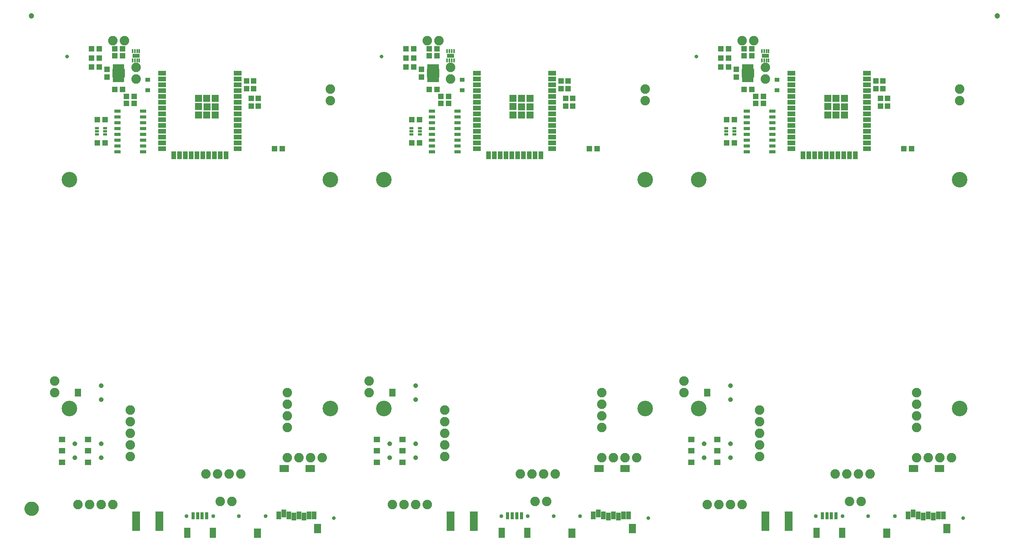
<source format=gbs>
G04 EAGLE Gerber RS-274X export*
G75*
%MOMM*%
%FSLAX34Y34*%
%LPD*%
%INSoldermask Bottom*%
%IPPOS*%
%AMOC8*
5,1,8,0,0,1.08239X$1,22.5*%
G01*
%ADD10R,1.403200X2.203200*%
%ADD11R,0.803200X1.553200*%
%ADD12C,0.838200*%
%ADD13C,0.853200*%
%ADD14R,1.703200X4.203200*%
%ADD15C,3.403600*%
%ADD16R,1.203200X1.303200*%
%ADD17R,1.303200X1.203200*%
%ADD18C,2.082800*%
%ADD19R,1.033200X0.833200*%
%ADD20R,1.473200X0.838200*%
%ADD21R,1.403200X0.803200*%
%ADD22R,0.863200X0.503200*%
%ADD23R,2.003200X1.603200*%
%ADD24R,1.603200X2.103200*%
%ADD25R,1.003200X1.703200*%
%ADD26R,0.440000X0.840000*%
%ADD27R,1.520000X0.940000*%
%ADD28C,1.053200*%
%ADD29R,0.553200X1.003200*%
%ADD30R,2.703200X1.903200*%
%ADD31R,1.353200X1.203200*%
%ADD32R,1.703200X1.103200*%
%ADD33R,1.103200X1.703200*%
%ADD34R,1.533200X1.533200*%
%ADD35C,1.203200*%
%ADD36C,1.270000*%
%ADD37C,1.703200*%


D10*
X369630Y10690D03*
X313630Y10690D03*
D11*
X356630Y47440D03*
X346630Y47440D03*
X336630Y47440D03*
X326630Y47440D03*
D12*
X633730Y42840D03*
X51330Y1051640D03*
D13*
X312730Y46960D03*
X370530Y46960D03*
D14*
X252730Y35900D03*
X201930Y35900D03*
D15*
X56642Y282677D03*
X56642Y782803D03*
X626618Y782803D03*
X626618Y282677D03*
D16*
X138430Y1006840D03*
X138430Y1023840D03*
D17*
X172330Y1053440D03*
X155330Y1053440D03*
X172330Y979780D03*
X155330Y979780D03*
D18*
X201930Y1028040D03*
X201930Y1002640D03*
D19*
X227330Y978440D03*
X227330Y1001440D03*
D20*
X74930Y320904D03*
X74930Y312776D03*
D16*
X453390Y960340D03*
X453390Y943340D03*
D17*
X180730Y949300D03*
X197730Y949300D03*
D16*
X443230Y998440D03*
X443230Y981440D03*
X468630Y960340D03*
X468630Y943340D03*
X458470Y998440D03*
X458470Y981440D03*
D21*
X217230Y932790D03*
X217230Y920090D03*
X217230Y907390D03*
X217230Y894690D03*
X217230Y881990D03*
X217230Y869290D03*
X217230Y856590D03*
X217230Y843890D03*
X161230Y843890D03*
X161230Y856590D03*
X161230Y869290D03*
X161230Y881990D03*
X161230Y894690D03*
X161230Y907390D03*
X161230Y920090D03*
X161230Y932790D03*
D17*
X117230Y862940D03*
X134230Y862940D03*
X134230Y913740D03*
X117230Y913740D03*
D22*
X134930Y894840D03*
X116530Y888340D03*
X116530Y881840D03*
X116530Y894840D03*
X134930Y888340D03*
X134930Y881840D03*
D13*
X427030Y46960D03*
X484830Y46960D03*
D17*
X180730Y964540D03*
X197730Y964540D03*
D18*
X151130Y71890D03*
X125730Y71890D03*
X100330Y71890D03*
X74930Y71890D03*
X608330Y174440D03*
X582930Y174440D03*
X557530Y174440D03*
X532130Y174440D03*
X532130Y240640D03*
X532130Y266040D03*
X532130Y291440D03*
X532130Y316840D03*
X24130Y342240D03*
X24130Y316840D03*
D17*
X504580Y850240D03*
X521580Y850240D03*
D23*
X525750Y151390D03*
X582750Y151390D03*
D24*
X598750Y19890D03*
X467250Y9890D03*
D25*
X513850Y48390D03*
X524850Y52390D03*
X535850Y48390D03*
X546850Y46390D03*
X557850Y48390D03*
X568850Y46390D03*
X579850Y48390D03*
X590850Y48390D03*
D26*
X209430Y1063340D03*
X204430Y1063340D03*
X199430Y1063340D03*
X194430Y1063340D03*
X194430Y1043340D03*
X199430Y1043340D03*
X204430Y1043340D03*
X209430Y1043340D03*
D27*
X201930Y1053440D03*
D17*
X172330Y1068680D03*
X155330Y1068680D03*
D18*
X386080Y79190D03*
X411480Y79190D03*
X151130Y1086460D03*
X176530Y1086460D03*
X626630Y980340D03*
X626630Y954940D03*
D28*
X125730Y204840D03*
X125730Y174840D03*
X125730Y331840D03*
X125730Y301840D03*
D29*
X163830Y1000840D03*
X168830Y1000840D03*
X173830Y1000840D03*
X158830Y1000840D03*
X153830Y1000840D03*
X153830Y1029840D03*
X158830Y1029840D03*
X163830Y1029840D03*
X168830Y1029840D03*
X173830Y1029840D03*
D30*
X163830Y1015340D03*
D17*
X121530Y1048360D03*
X104530Y1048360D03*
X121530Y1029310D03*
X104530Y1029310D03*
X121530Y1068680D03*
X104530Y1068680D03*
D18*
X354330Y139040D03*
X379730Y139040D03*
X405130Y139040D03*
X430530Y139040D03*
X189230Y278740D03*
X189230Y253340D03*
X189230Y227940D03*
X189230Y202540D03*
X189230Y177140D03*
D31*
X97084Y214840D03*
X97084Y189840D03*
X97084Y164840D03*
X40584Y214840D03*
X40584Y189840D03*
X40584Y164840D03*
D28*
X68834Y204840D03*
X68834Y174840D03*
D32*
X424010Y1015640D03*
X424010Y1002940D03*
X424010Y990240D03*
X424010Y977540D03*
X424010Y964840D03*
X424010Y952140D03*
X424010Y939440D03*
X424010Y926740D03*
X424010Y914040D03*
X424010Y901340D03*
X424010Y888640D03*
X424010Y875940D03*
X424010Y863240D03*
X424010Y850540D03*
D33*
X398780Y835640D03*
X386080Y835640D03*
X373380Y835640D03*
X360680Y835640D03*
X347980Y835640D03*
X335280Y835640D03*
X322580Y835640D03*
X309880Y835640D03*
X297180Y835640D03*
X284480Y835640D03*
D32*
X259250Y850540D03*
X259250Y863240D03*
X259250Y875940D03*
X259250Y888640D03*
X259250Y901340D03*
X259250Y914040D03*
X259250Y926740D03*
X259250Y939440D03*
X259250Y952140D03*
X259250Y964840D03*
X259250Y977540D03*
X259250Y990240D03*
X259250Y1002940D03*
X259250Y1015640D03*
D34*
X356940Y942220D03*
X338490Y960430D03*
X356790Y960430D03*
X375090Y960430D03*
X375090Y942130D03*
X338390Y942430D03*
X338490Y923830D03*
X356790Y923730D03*
X375090Y923830D03*
D10*
X1056700Y10690D03*
X1000700Y10690D03*
D11*
X1043700Y47440D03*
X1033700Y47440D03*
X1023700Y47440D03*
X1013700Y47440D03*
D12*
X1320800Y42840D03*
X738400Y1051640D03*
D13*
X999800Y46960D03*
X1057600Y46960D03*
D14*
X939800Y35900D03*
X889000Y35900D03*
D15*
X743712Y282677D03*
X743712Y782803D03*
X1313688Y782803D03*
X1313688Y282677D03*
D16*
X825500Y1006840D03*
X825500Y1023840D03*
D17*
X859400Y1053440D03*
X842400Y1053440D03*
X859400Y979780D03*
X842400Y979780D03*
D18*
X889000Y1028040D03*
X889000Y1002640D03*
D19*
X914400Y978440D03*
X914400Y1001440D03*
D20*
X762000Y320904D03*
X762000Y312776D03*
D16*
X1140460Y960340D03*
X1140460Y943340D03*
D17*
X867800Y949300D03*
X884800Y949300D03*
D16*
X1130300Y998440D03*
X1130300Y981440D03*
X1155700Y960340D03*
X1155700Y943340D03*
X1145540Y998440D03*
X1145540Y981440D03*
D21*
X904300Y932790D03*
X904300Y920090D03*
X904300Y907390D03*
X904300Y894690D03*
X904300Y881990D03*
X904300Y869290D03*
X904300Y856590D03*
X904300Y843890D03*
X848300Y843890D03*
X848300Y856590D03*
X848300Y869290D03*
X848300Y881990D03*
X848300Y894690D03*
X848300Y907390D03*
X848300Y920090D03*
X848300Y932790D03*
D17*
X804300Y862940D03*
X821300Y862940D03*
X821300Y913740D03*
X804300Y913740D03*
D22*
X822000Y894840D03*
X803600Y888340D03*
X803600Y881840D03*
X803600Y894840D03*
X822000Y888340D03*
X822000Y881840D03*
D13*
X1114100Y46960D03*
X1171900Y46960D03*
D17*
X867800Y964540D03*
X884800Y964540D03*
D18*
X838200Y71890D03*
X812800Y71890D03*
X787400Y71890D03*
X762000Y71890D03*
X1295400Y174440D03*
X1270000Y174440D03*
X1244600Y174440D03*
X1219200Y174440D03*
X1219200Y240640D03*
X1219200Y266040D03*
X1219200Y291440D03*
X1219200Y316840D03*
X711200Y342240D03*
X711200Y316840D03*
D17*
X1191650Y850240D03*
X1208650Y850240D03*
D23*
X1212820Y151390D03*
X1269820Y151390D03*
D24*
X1285820Y19890D03*
X1154320Y9890D03*
D25*
X1200920Y48390D03*
X1211920Y52390D03*
X1222920Y48390D03*
X1233920Y46390D03*
X1244920Y48390D03*
X1255920Y46390D03*
X1266920Y48390D03*
X1277920Y48390D03*
D26*
X896500Y1063340D03*
X891500Y1063340D03*
X886500Y1063340D03*
X881500Y1063340D03*
X881500Y1043340D03*
X886500Y1043340D03*
X891500Y1043340D03*
X896500Y1043340D03*
D27*
X889000Y1053440D03*
D17*
X859400Y1068680D03*
X842400Y1068680D03*
D18*
X1073150Y79190D03*
X1098550Y79190D03*
X838200Y1086460D03*
X863600Y1086460D03*
X1313700Y980340D03*
X1313700Y954940D03*
D28*
X812800Y204840D03*
X812800Y174840D03*
X812800Y331840D03*
X812800Y301840D03*
D29*
X850900Y1000840D03*
X855900Y1000840D03*
X860900Y1000840D03*
X845900Y1000840D03*
X840900Y1000840D03*
X840900Y1029840D03*
X845900Y1029840D03*
X850900Y1029840D03*
X855900Y1029840D03*
X860900Y1029840D03*
D30*
X850900Y1015340D03*
D17*
X808600Y1048360D03*
X791600Y1048360D03*
X808600Y1029310D03*
X791600Y1029310D03*
X808600Y1068680D03*
X791600Y1068680D03*
D18*
X1041400Y139040D03*
X1066800Y139040D03*
X1092200Y139040D03*
X1117600Y139040D03*
X876300Y278740D03*
X876300Y253340D03*
X876300Y227940D03*
X876300Y202540D03*
X876300Y177140D03*
D31*
X784154Y214840D03*
X784154Y189840D03*
X784154Y164840D03*
X727654Y214840D03*
X727654Y189840D03*
X727654Y164840D03*
D28*
X755904Y204840D03*
X755904Y174840D03*
D32*
X1111080Y1015640D03*
X1111080Y1002940D03*
X1111080Y990240D03*
X1111080Y977540D03*
X1111080Y964840D03*
X1111080Y952140D03*
X1111080Y939440D03*
X1111080Y926740D03*
X1111080Y914040D03*
X1111080Y901340D03*
X1111080Y888640D03*
X1111080Y875940D03*
X1111080Y863240D03*
X1111080Y850540D03*
D33*
X1085850Y835640D03*
X1073150Y835640D03*
X1060450Y835640D03*
X1047750Y835640D03*
X1035050Y835640D03*
X1022350Y835640D03*
X1009650Y835640D03*
X996950Y835640D03*
X984250Y835640D03*
X971550Y835640D03*
D32*
X946320Y850540D03*
X946320Y863240D03*
X946320Y875940D03*
X946320Y888640D03*
X946320Y901340D03*
X946320Y914040D03*
X946320Y926740D03*
X946320Y939440D03*
X946320Y952140D03*
X946320Y964840D03*
X946320Y977540D03*
X946320Y990240D03*
X946320Y1002940D03*
X946320Y1015640D03*
D34*
X1044010Y942220D03*
X1025560Y960430D03*
X1043860Y960430D03*
X1062160Y960430D03*
X1062160Y942130D03*
X1025460Y942430D03*
X1025560Y923830D03*
X1043860Y923730D03*
X1062160Y923830D03*
D10*
X1743770Y10690D03*
X1687770Y10690D03*
D11*
X1730770Y47440D03*
X1720770Y47440D03*
X1710770Y47440D03*
X1700770Y47440D03*
D12*
X2007870Y42840D03*
X1425470Y1051640D03*
D13*
X1686870Y46960D03*
X1744670Y46960D03*
D14*
X1626870Y35900D03*
X1576070Y35900D03*
D15*
X1430782Y282677D03*
X1430782Y782803D03*
X2000758Y782803D03*
X2000758Y282677D03*
D16*
X1512570Y1006840D03*
X1512570Y1023840D03*
D17*
X1546470Y1053440D03*
X1529470Y1053440D03*
X1546470Y979780D03*
X1529470Y979780D03*
D18*
X1576070Y1028040D03*
X1576070Y1002640D03*
D19*
X1601470Y978440D03*
X1601470Y1001440D03*
D20*
X1449070Y320904D03*
X1449070Y312776D03*
D16*
X1827530Y960340D03*
X1827530Y943340D03*
D17*
X1554870Y949300D03*
X1571870Y949300D03*
D16*
X1817370Y998440D03*
X1817370Y981440D03*
X1842770Y960340D03*
X1842770Y943340D03*
X1832610Y998440D03*
X1832610Y981440D03*
D21*
X1591370Y932790D03*
X1591370Y920090D03*
X1591370Y907390D03*
X1591370Y894690D03*
X1591370Y881990D03*
X1591370Y869290D03*
X1591370Y856590D03*
X1591370Y843890D03*
X1535370Y843890D03*
X1535370Y856590D03*
X1535370Y869290D03*
X1535370Y881990D03*
X1535370Y894690D03*
X1535370Y907390D03*
X1535370Y920090D03*
X1535370Y932790D03*
D17*
X1491370Y862940D03*
X1508370Y862940D03*
X1508370Y913740D03*
X1491370Y913740D03*
D22*
X1509070Y894840D03*
X1490670Y888340D03*
X1490670Y881840D03*
X1490670Y894840D03*
X1509070Y888340D03*
X1509070Y881840D03*
D13*
X1801170Y46960D03*
X1858970Y46960D03*
D17*
X1554870Y964540D03*
X1571870Y964540D03*
D18*
X1525270Y71890D03*
X1499870Y71890D03*
X1474470Y71890D03*
X1449070Y71890D03*
X1982470Y174440D03*
X1957070Y174440D03*
X1931670Y174440D03*
X1906270Y174440D03*
X1906270Y240640D03*
X1906270Y266040D03*
X1906270Y291440D03*
X1906270Y316840D03*
X1398270Y342240D03*
X1398270Y316840D03*
D17*
X1878720Y850240D03*
X1895720Y850240D03*
D23*
X1899890Y151390D03*
X1956890Y151390D03*
D24*
X1972890Y19890D03*
X1841390Y9890D03*
D25*
X1887990Y48390D03*
X1898990Y52390D03*
X1909990Y48390D03*
X1920990Y46390D03*
X1931990Y48390D03*
X1942990Y46390D03*
X1953990Y48390D03*
X1964990Y48390D03*
D26*
X1583570Y1063340D03*
X1578570Y1063340D03*
X1573570Y1063340D03*
X1568570Y1063340D03*
X1568570Y1043340D03*
X1573570Y1043340D03*
X1578570Y1043340D03*
X1583570Y1043340D03*
D27*
X1576070Y1053440D03*
D17*
X1546470Y1068680D03*
X1529470Y1068680D03*
D18*
X1760220Y79190D03*
X1785620Y79190D03*
X1525270Y1086460D03*
X1550670Y1086460D03*
X2000770Y980340D03*
X2000770Y954940D03*
D28*
X1499870Y204840D03*
X1499870Y174840D03*
X1499870Y331840D03*
X1499870Y301840D03*
D29*
X1537970Y1000840D03*
X1542970Y1000840D03*
X1547970Y1000840D03*
X1532970Y1000840D03*
X1527970Y1000840D03*
X1527970Y1029840D03*
X1532970Y1029840D03*
X1537970Y1029840D03*
X1542970Y1029840D03*
X1547970Y1029840D03*
D30*
X1537970Y1015340D03*
D17*
X1495670Y1048360D03*
X1478670Y1048360D03*
X1495670Y1029310D03*
X1478670Y1029310D03*
X1495670Y1068680D03*
X1478670Y1068680D03*
D18*
X1728470Y139040D03*
X1753870Y139040D03*
X1779270Y139040D03*
X1804670Y139040D03*
X1563370Y278740D03*
X1563370Y253340D03*
X1563370Y227940D03*
X1563370Y202540D03*
X1563370Y177140D03*
D31*
X1471224Y214840D03*
X1471224Y189840D03*
X1471224Y164840D03*
X1414724Y214840D03*
X1414724Y189840D03*
X1414724Y164840D03*
D28*
X1442974Y204840D03*
X1442974Y174840D03*
D32*
X1798150Y1015640D03*
X1798150Y1002940D03*
X1798150Y990240D03*
X1798150Y977540D03*
X1798150Y964840D03*
X1798150Y952140D03*
X1798150Y939440D03*
X1798150Y926740D03*
X1798150Y914040D03*
X1798150Y901340D03*
X1798150Y888640D03*
X1798150Y875940D03*
X1798150Y863240D03*
X1798150Y850540D03*
D33*
X1772920Y835640D03*
X1760220Y835640D03*
X1747520Y835640D03*
X1734820Y835640D03*
X1722120Y835640D03*
X1709420Y835640D03*
X1696720Y835640D03*
X1684020Y835640D03*
X1671320Y835640D03*
X1658620Y835640D03*
D32*
X1633390Y850540D03*
X1633390Y863240D03*
X1633390Y875940D03*
X1633390Y888640D03*
X1633390Y901340D03*
X1633390Y914040D03*
X1633390Y926740D03*
X1633390Y939440D03*
X1633390Y952140D03*
X1633390Y964840D03*
X1633390Y977540D03*
X1633390Y990240D03*
X1633390Y1002940D03*
X1633390Y1015640D03*
D34*
X1731080Y942220D03*
X1712630Y960430D03*
X1730930Y960430D03*
X1749230Y960430D03*
X1749230Y942130D03*
X1712530Y942430D03*
X1712630Y923830D03*
X1730930Y923730D03*
X1749230Y923830D03*
D35*
X-26238Y1140765D03*
X2082368Y1140765D03*
D36*
X-35293Y63500D02*
X-35290Y63722D01*
X-35282Y63944D01*
X-35268Y64166D01*
X-35249Y64388D01*
X-35225Y64608D01*
X-35195Y64829D01*
X-35160Y65048D01*
X-35119Y65267D01*
X-35073Y65484D01*
X-35022Y65700D01*
X-34965Y65915D01*
X-34903Y66129D01*
X-34836Y66340D01*
X-34764Y66551D01*
X-34686Y66759D01*
X-34604Y66965D01*
X-34516Y67169D01*
X-34424Y67372D01*
X-34326Y67571D01*
X-34224Y67768D01*
X-34117Y67963D01*
X-34005Y68155D01*
X-33888Y68344D01*
X-33767Y68531D01*
X-33641Y68714D01*
X-33511Y68894D01*
X-33376Y69071D01*
X-33238Y69244D01*
X-33095Y69414D01*
X-32947Y69581D01*
X-32796Y69744D01*
X-32641Y69903D01*
X-32482Y70058D01*
X-32319Y70209D01*
X-32152Y70357D01*
X-31982Y70500D01*
X-31809Y70638D01*
X-31632Y70773D01*
X-31452Y70903D01*
X-31269Y71029D01*
X-31082Y71150D01*
X-30893Y71267D01*
X-30701Y71379D01*
X-30506Y71486D01*
X-30309Y71588D01*
X-30110Y71686D01*
X-29907Y71778D01*
X-29703Y71866D01*
X-29497Y71948D01*
X-29289Y72026D01*
X-29078Y72098D01*
X-28867Y72165D01*
X-28653Y72227D01*
X-28438Y72284D01*
X-28222Y72335D01*
X-28005Y72381D01*
X-27786Y72422D01*
X-27567Y72457D01*
X-27346Y72487D01*
X-27126Y72511D01*
X-26904Y72530D01*
X-26682Y72544D01*
X-26460Y72552D01*
X-26238Y72555D01*
X-26016Y72552D01*
X-25794Y72544D01*
X-25572Y72530D01*
X-25350Y72511D01*
X-25130Y72487D01*
X-24909Y72457D01*
X-24690Y72422D01*
X-24471Y72381D01*
X-24254Y72335D01*
X-24038Y72284D01*
X-23823Y72227D01*
X-23609Y72165D01*
X-23398Y72098D01*
X-23187Y72026D01*
X-22979Y71948D01*
X-22773Y71866D01*
X-22569Y71778D01*
X-22366Y71686D01*
X-22167Y71588D01*
X-21970Y71486D01*
X-21775Y71379D01*
X-21583Y71267D01*
X-21394Y71150D01*
X-21207Y71029D01*
X-21024Y70903D01*
X-20844Y70773D01*
X-20667Y70638D01*
X-20494Y70500D01*
X-20324Y70357D01*
X-20157Y70209D01*
X-19994Y70058D01*
X-19835Y69903D01*
X-19680Y69744D01*
X-19529Y69581D01*
X-19381Y69414D01*
X-19238Y69244D01*
X-19100Y69071D01*
X-18965Y68894D01*
X-18835Y68714D01*
X-18709Y68531D01*
X-18588Y68344D01*
X-18471Y68155D01*
X-18359Y67963D01*
X-18252Y67768D01*
X-18150Y67571D01*
X-18052Y67372D01*
X-17960Y67169D01*
X-17872Y66965D01*
X-17790Y66759D01*
X-17712Y66551D01*
X-17640Y66340D01*
X-17573Y66129D01*
X-17511Y65915D01*
X-17454Y65700D01*
X-17403Y65484D01*
X-17357Y65267D01*
X-17316Y65048D01*
X-17281Y64829D01*
X-17251Y64608D01*
X-17227Y64388D01*
X-17208Y64166D01*
X-17194Y63944D01*
X-17186Y63722D01*
X-17183Y63500D01*
X-17186Y63278D01*
X-17194Y63056D01*
X-17208Y62834D01*
X-17227Y62612D01*
X-17251Y62392D01*
X-17281Y62171D01*
X-17316Y61952D01*
X-17357Y61733D01*
X-17403Y61516D01*
X-17454Y61300D01*
X-17511Y61085D01*
X-17573Y60871D01*
X-17640Y60660D01*
X-17712Y60449D01*
X-17790Y60241D01*
X-17872Y60035D01*
X-17960Y59831D01*
X-18052Y59628D01*
X-18150Y59429D01*
X-18252Y59232D01*
X-18359Y59037D01*
X-18471Y58845D01*
X-18588Y58656D01*
X-18709Y58469D01*
X-18835Y58286D01*
X-18965Y58106D01*
X-19100Y57929D01*
X-19238Y57756D01*
X-19381Y57586D01*
X-19529Y57419D01*
X-19680Y57256D01*
X-19835Y57097D01*
X-19994Y56942D01*
X-20157Y56791D01*
X-20324Y56643D01*
X-20494Y56500D01*
X-20667Y56362D01*
X-20844Y56227D01*
X-21024Y56097D01*
X-21207Y55971D01*
X-21394Y55850D01*
X-21583Y55733D01*
X-21775Y55621D01*
X-21970Y55514D01*
X-22167Y55412D01*
X-22366Y55314D01*
X-22569Y55222D01*
X-22773Y55134D01*
X-22979Y55052D01*
X-23187Y54974D01*
X-23398Y54902D01*
X-23609Y54835D01*
X-23823Y54773D01*
X-24038Y54716D01*
X-24254Y54665D01*
X-24471Y54619D01*
X-24690Y54578D01*
X-24909Y54543D01*
X-25130Y54513D01*
X-25350Y54489D01*
X-25572Y54470D01*
X-25794Y54456D01*
X-26016Y54448D01*
X-26238Y54445D01*
X-26460Y54448D01*
X-26682Y54456D01*
X-26904Y54470D01*
X-27126Y54489D01*
X-27346Y54513D01*
X-27567Y54543D01*
X-27786Y54578D01*
X-28005Y54619D01*
X-28222Y54665D01*
X-28438Y54716D01*
X-28653Y54773D01*
X-28867Y54835D01*
X-29078Y54902D01*
X-29289Y54974D01*
X-29497Y55052D01*
X-29703Y55134D01*
X-29907Y55222D01*
X-30110Y55314D01*
X-30309Y55412D01*
X-30506Y55514D01*
X-30701Y55621D01*
X-30893Y55733D01*
X-31082Y55850D01*
X-31269Y55971D01*
X-31452Y56097D01*
X-31632Y56227D01*
X-31809Y56362D01*
X-31982Y56500D01*
X-32152Y56643D01*
X-32319Y56791D01*
X-32482Y56942D01*
X-32641Y57097D01*
X-32796Y57256D01*
X-32947Y57419D01*
X-33095Y57586D01*
X-33238Y57756D01*
X-33376Y57929D01*
X-33511Y58106D01*
X-33641Y58286D01*
X-33767Y58469D01*
X-33888Y58656D01*
X-34005Y58845D01*
X-34117Y59037D01*
X-34224Y59232D01*
X-34326Y59429D01*
X-34424Y59628D01*
X-34516Y59831D01*
X-34604Y60035D01*
X-34686Y60241D01*
X-34764Y60449D01*
X-34836Y60660D01*
X-34903Y60871D01*
X-34965Y61085D01*
X-35022Y61300D01*
X-35073Y61516D01*
X-35119Y61733D01*
X-35160Y61952D01*
X-35195Y62171D01*
X-35225Y62392D01*
X-35249Y62612D01*
X-35268Y62834D01*
X-35282Y63056D01*
X-35290Y63278D01*
X-35293Y63500D01*
D37*
X-26238Y63500D03*
M02*

</source>
